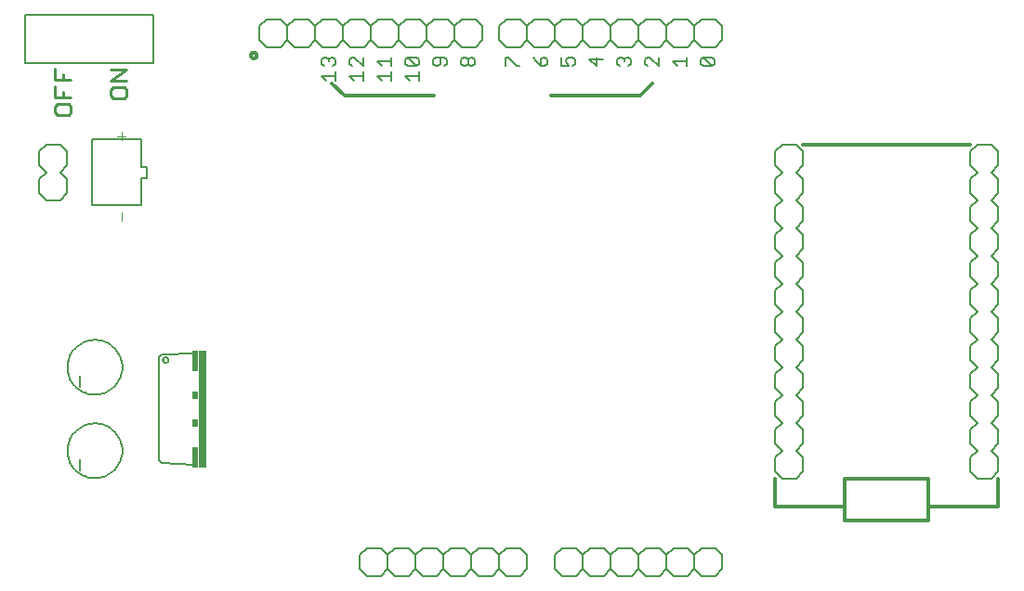
<source format=gto>
G75*
G70*
%OFA0B0*%
%FSLAX24Y24*%
%IPPOS*%
%LPD*%
%AMOC8*
5,1,8,0,0,1.08239X$1,22.5*
%
%ADD10C,0.0120*%
%ADD11C,0.0070*%
%ADD12C,0.0110*%
%ADD13C,0.0060*%
%ADD14C,0.0080*%
%ADD15C,0.0050*%
%ADD16R,0.0300X0.4200*%
%ADD17R,0.0200X0.0750*%
%ADD18R,0.0200X0.0300*%
%ADD19C,0.0040*%
D10*
X027700Y003325D02*
X030200Y003325D01*
X030200Y004325D01*
X033200Y004325D01*
X033200Y003325D01*
X035700Y003325D01*
X035700Y004325D01*
X033200Y003325D02*
X033200Y002825D01*
X030200Y002825D01*
X030200Y003325D01*
X027700Y003325D02*
X027700Y004325D01*
X028700Y016325D02*
X034700Y016325D01*
X023300Y018525D02*
X022850Y018075D01*
X019650Y018075D01*
X015450Y018075D02*
X012250Y018075D01*
X011800Y018525D01*
X008900Y019525D02*
X008902Y019545D01*
X008908Y019563D01*
X008917Y019581D01*
X008929Y019596D01*
X008944Y019608D01*
X008962Y019617D01*
X008980Y019623D01*
X009000Y019625D01*
X009020Y019623D01*
X009038Y019617D01*
X009056Y019608D01*
X009071Y019596D01*
X009083Y019581D01*
X009092Y019563D01*
X009098Y019545D01*
X009100Y019525D01*
X009098Y019505D01*
X009092Y019487D01*
X009083Y019469D01*
X009071Y019454D01*
X009056Y019442D01*
X009038Y019433D01*
X009020Y019427D01*
X009000Y019425D01*
X008980Y019427D01*
X008962Y019433D01*
X008944Y019442D01*
X008929Y019454D01*
X008917Y019469D01*
X008908Y019487D01*
X008902Y019505D01*
X008900Y019525D01*
D11*
X011435Y019390D02*
X011435Y019226D01*
X011516Y019144D01*
X011680Y019308D02*
X011680Y019390D01*
X011762Y019471D01*
X011843Y019471D01*
X011925Y019390D01*
X011925Y019226D01*
X011843Y019144D01*
X011925Y018956D02*
X011925Y018629D01*
X011925Y018792D02*
X011435Y018792D01*
X011598Y018629D01*
X012435Y018792D02*
X012598Y018629D01*
X012435Y018792D02*
X012925Y018792D01*
X012925Y018629D02*
X012925Y018956D01*
X012925Y019144D02*
X012598Y019471D01*
X012516Y019471D01*
X012435Y019390D01*
X012435Y019226D01*
X012516Y019144D01*
X012925Y019144D02*
X012925Y019471D01*
X013435Y019308D02*
X013925Y019308D01*
X013925Y019471D02*
X013925Y019144D01*
X013925Y018956D02*
X013925Y018629D01*
X013925Y018792D02*
X013435Y018792D01*
X013598Y018629D01*
X014435Y018792D02*
X014598Y018629D01*
X014435Y018792D02*
X014925Y018792D01*
X014925Y018629D02*
X014925Y018956D01*
X014843Y019144D02*
X014516Y019144D01*
X014435Y019226D01*
X014435Y019390D01*
X014516Y019471D01*
X014843Y019144D01*
X014925Y019226D01*
X014925Y019390D01*
X014843Y019471D01*
X014516Y019471D01*
X015435Y019390D02*
X015435Y019226D01*
X015516Y019144D01*
X015598Y019144D01*
X015680Y019226D01*
X015680Y019471D01*
X015843Y019471D02*
X015516Y019471D01*
X015435Y019390D01*
X015843Y019471D02*
X015925Y019390D01*
X015925Y019226D01*
X015843Y019144D01*
X016435Y019226D02*
X016435Y019390D01*
X016516Y019471D01*
X016598Y019471D01*
X016680Y019390D01*
X016680Y019226D01*
X016598Y019144D01*
X016516Y019144D01*
X016435Y019226D01*
X016680Y019226D02*
X016762Y019144D01*
X016843Y019144D01*
X016925Y019226D01*
X016925Y019390D01*
X016843Y019471D01*
X016762Y019471D01*
X016680Y019390D01*
X018035Y019471D02*
X018035Y019144D01*
X018035Y019471D02*
X018116Y019471D01*
X018443Y019144D01*
X018525Y019144D01*
X019035Y019471D02*
X019116Y019308D01*
X019280Y019144D01*
X019280Y019390D01*
X019362Y019471D01*
X019443Y019471D01*
X019525Y019390D01*
X019525Y019226D01*
X019443Y019144D01*
X019280Y019144D01*
X020035Y019144D02*
X020280Y019144D01*
X020198Y019308D01*
X020198Y019390D01*
X020280Y019471D01*
X020443Y019471D01*
X020525Y019390D01*
X020525Y019226D01*
X020443Y019144D01*
X020035Y019144D02*
X020035Y019471D01*
X021035Y019390D02*
X021280Y019144D01*
X021280Y019471D01*
X021525Y019390D02*
X021035Y019390D01*
X022035Y019390D02*
X022035Y019226D01*
X022116Y019144D01*
X022280Y019308D02*
X022280Y019390D01*
X022362Y019471D01*
X022443Y019471D01*
X022525Y019390D01*
X022525Y019226D01*
X022443Y019144D01*
X022280Y019390D02*
X022198Y019471D01*
X022116Y019471D01*
X022035Y019390D01*
X023035Y019390D02*
X023035Y019226D01*
X023116Y019144D01*
X023035Y019390D02*
X023116Y019471D01*
X023198Y019471D01*
X023525Y019144D01*
X023525Y019471D01*
X024035Y019308D02*
X024525Y019308D01*
X024525Y019471D02*
X024525Y019144D01*
X024198Y019144D02*
X024035Y019308D01*
X025035Y019226D02*
X025035Y019390D01*
X025116Y019471D01*
X025443Y019144D01*
X025525Y019226D01*
X025525Y019390D01*
X025443Y019471D01*
X025116Y019471D01*
X025035Y019226D02*
X025116Y019144D01*
X025443Y019144D01*
X013598Y019144D02*
X013435Y019308D01*
X011680Y019390D02*
X011598Y019471D01*
X011516Y019471D01*
X011435Y019390D01*
D12*
X004445Y019018D02*
X003854Y019018D01*
X003854Y018625D02*
X004445Y019018D01*
X004445Y018625D02*
X003854Y018625D01*
X003953Y018374D02*
X003854Y018275D01*
X003854Y018078D01*
X003953Y017980D01*
X004347Y017980D01*
X004445Y018078D01*
X004445Y018275D01*
X004347Y018374D01*
X003953Y018374D01*
X002445Y018669D02*
X001854Y018669D01*
X001854Y019063D01*
X002150Y018866D02*
X002150Y018669D01*
X001854Y018418D02*
X001854Y018025D01*
X002445Y018025D01*
X002150Y018025D02*
X002150Y018221D01*
X002347Y017774D02*
X001953Y017774D01*
X001854Y017675D01*
X001854Y017478D01*
X001953Y017380D01*
X002347Y017380D01*
X002445Y017478D01*
X002445Y017675D01*
X002347Y017774D01*
D13*
X009200Y020075D02*
X009450Y019825D01*
X009950Y019825D01*
X010200Y020075D01*
X010200Y020575D01*
X009950Y020825D01*
X009450Y020825D01*
X009200Y020575D01*
X009200Y020075D01*
X010200Y020075D02*
X010450Y019825D01*
X010950Y019825D01*
X011200Y020075D01*
X011200Y020575D01*
X010950Y020825D01*
X010450Y020825D01*
X010200Y020575D01*
X011200Y020575D02*
X011450Y020825D01*
X011950Y020825D01*
X012200Y020575D01*
X012450Y020825D01*
X012950Y020825D01*
X013200Y020575D01*
X013450Y020825D01*
X013950Y020825D01*
X014200Y020575D01*
X014450Y020825D01*
X014950Y020825D01*
X015200Y020575D01*
X015450Y020825D01*
X015950Y020825D01*
X016200Y020575D01*
X016450Y020825D01*
X016950Y020825D01*
X017200Y020575D01*
X017200Y020075D01*
X016950Y019825D01*
X016450Y019825D01*
X016200Y020075D01*
X015950Y019825D01*
X015450Y019825D01*
X015200Y020075D01*
X015200Y020575D01*
X015200Y020075D02*
X014950Y019825D01*
X014450Y019825D01*
X014200Y020075D01*
X013950Y019825D01*
X013450Y019825D01*
X013200Y020075D01*
X012950Y019825D01*
X012450Y019825D01*
X012200Y020075D01*
X012200Y020575D01*
X012200Y020075D02*
X011950Y019825D01*
X011450Y019825D01*
X011200Y020075D01*
X013200Y020075D02*
X013200Y020575D01*
X014200Y020575D02*
X014200Y020075D01*
X016200Y020075D02*
X016200Y020575D01*
X017800Y020575D02*
X017800Y020075D01*
X018050Y019825D01*
X018550Y019825D01*
X018800Y020075D01*
X018800Y020575D01*
X018550Y020825D01*
X018050Y020825D01*
X017800Y020575D01*
X018800Y020575D02*
X019050Y020825D01*
X019550Y020825D01*
X019800Y020575D01*
X020050Y020825D01*
X020550Y020825D01*
X020800Y020575D01*
X021050Y020825D01*
X021550Y020825D01*
X021800Y020575D01*
X022050Y020825D01*
X022550Y020825D01*
X022800Y020575D01*
X023050Y020825D01*
X023550Y020825D01*
X023800Y020575D01*
X024050Y020825D01*
X024550Y020825D01*
X024800Y020575D01*
X025050Y020825D01*
X025550Y020825D01*
X025800Y020575D01*
X025800Y020075D01*
X025550Y019825D01*
X025050Y019825D01*
X024800Y020075D01*
X024550Y019825D01*
X024050Y019825D01*
X023800Y020075D01*
X023800Y020575D01*
X023800Y020075D02*
X023550Y019825D01*
X023050Y019825D01*
X022800Y020075D01*
X022550Y019825D01*
X022050Y019825D01*
X021800Y020075D01*
X021550Y019825D01*
X021050Y019825D01*
X020800Y020075D01*
X020800Y020575D01*
X020800Y020075D02*
X020550Y019825D01*
X020050Y019825D01*
X019800Y020075D01*
X019550Y019825D01*
X019050Y019825D01*
X018800Y020075D01*
X019800Y020075D02*
X019800Y020575D01*
X021800Y020575D02*
X021800Y020075D01*
X022800Y020075D02*
X022800Y020575D01*
X024800Y020575D02*
X024800Y020075D01*
X024550Y001825D02*
X024050Y001825D01*
X023800Y001575D01*
X023800Y001075D01*
X024050Y000825D01*
X024550Y000825D01*
X024800Y001075D01*
X025050Y000825D01*
X025550Y000825D01*
X025800Y001075D01*
X025800Y001575D01*
X025550Y001825D01*
X025050Y001825D01*
X024800Y001575D01*
X024800Y001075D01*
X023800Y001075D02*
X023550Y000825D01*
X023050Y000825D01*
X022800Y001075D01*
X022550Y000825D01*
X022050Y000825D01*
X021800Y001075D01*
X021550Y000825D01*
X021050Y000825D01*
X020800Y001075D01*
X020550Y000825D01*
X020050Y000825D01*
X019800Y001075D01*
X019800Y001575D01*
X020050Y001825D01*
X020550Y001825D01*
X020800Y001575D01*
X021050Y001825D01*
X021550Y001825D01*
X021800Y001575D01*
X021800Y001075D01*
X022800Y001075D02*
X022800Y001575D01*
X023050Y001825D01*
X023550Y001825D01*
X023800Y001575D01*
X024550Y001825D02*
X024800Y001575D01*
X022800Y001575D02*
X022550Y001825D01*
X022050Y001825D01*
X021800Y001575D01*
X020800Y001575D02*
X020800Y001075D01*
X018800Y001075D02*
X018550Y000825D01*
X018050Y000825D01*
X017800Y001075D01*
X017550Y000825D01*
X017050Y000825D01*
X016800Y001075D01*
X016550Y000825D01*
X016050Y000825D01*
X015800Y001075D01*
X015550Y000825D01*
X015050Y000825D01*
X014800Y001075D01*
X014550Y000825D01*
X014050Y000825D01*
X013800Y001075D01*
X013550Y000825D01*
X013050Y000825D01*
X012800Y001075D01*
X012800Y001575D01*
X013050Y001825D01*
X013550Y001825D01*
X013800Y001575D01*
X014050Y001825D01*
X014550Y001825D01*
X014800Y001575D01*
X014800Y001075D01*
X015800Y001075D02*
X015800Y001575D01*
X016050Y001825D01*
X016550Y001825D01*
X016800Y001575D01*
X017050Y001825D01*
X017550Y001825D01*
X017800Y001575D01*
X018050Y001825D01*
X018550Y001825D01*
X018800Y001575D01*
X018800Y001075D01*
X017800Y001075D02*
X017800Y001575D01*
X016800Y001575D02*
X016800Y001075D01*
X015800Y001575D02*
X015550Y001825D01*
X015050Y001825D01*
X014800Y001575D01*
X013800Y001575D02*
X013800Y001075D01*
D14*
X002750Y004625D02*
X002750Y005025D01*
X002316Y005325D02*
X002318Y005387D01*
X002324Y005450D01*
X002334Y005511D01*
X002348Y005572D01*
X002365Y005632D01*
X002386Y005691D01*
X002412Y005748D01*
X002440Y005803D01*
X002472Y005857D01*
X002508Y005908D01*
X002546Y005958D01*
X002588Y006004D01*
X002632Y006048D01*
X002680Y006089D01*
X002729Y006127D01*
X002781Y006161D01*
X002835Y006192D01*
X002891Y006220D01*
X002949Y006244D01*
X003008Y006265D01*
X003068Y006281D01*
X003129Y006294D01*
X003191Y006303D01*
X003253Y006308D01*
X003316Y006309D01*
X003378Y006306D01*
X003440Y006299D01*
X003502Y006288D01*
X003562Y006273D01*
X003622Y006255D01*
X003680Y006233D01*
X003737Y006207D01*
X003792Y006177D01*
X003845Y006144D01*
X003896Y006108D01*
X003944Y006069D01*
X003990Y006026D01*
X004033Y005981D01*
X004073Y005933D01*
X004110Y005883D01*
X004144Y005830D01*
X004175Y005776D01*
X004201Y005720D01*
X004225Y005662D01*
X004244Y005602D01*
X004260Y005542D01*
X004272Y005480D01*
X004280Y005419D01*
X004284Y005356D01*
X004284Y005294D01*
X004280Y005231D01*
X004272Y005170D01*
X004260Y005108D01*
X004244Y005048D01*
X004225Y004988D01*
X004201Y004930D01*
X004175Y004874D01*
X004144Y004820D01*
X004110Y004767D01*
X004073Y004717D01*
X004033Y004669D01*
X003990Y004624D01*
X003944Y004581D01*
X003896Y004542D01*
X003845Y004506D01*
X003792Y004473D01*
X003737Y004443D01*
X003680Y004417D01*
X003622Y004395D01*
X003562Y004377D01*
X003502Y004362D01*
X003440Y004351D01*
X003378Y004344D01*
X003316Y004341D01*
X003253Y004342D01*
X003191Y004347D01*
X003129Y004356D01*
X003068Y004369D01*
X003008Y004385D01*
X002949Y004406D01*
X002891Y004430D01*
X002835Y004458D01*
X002781Y004489D01*
X002729Y004523D01*
X002680Y004561D01*
X002632Y004602D01*
X002588Y004646D01*
X002546Y004692D01*
X002508Y004742D01*
X002472Y004793D01*
X002440Y004847D01*
X002412Y004902D01*
X002386Y004959D01*
X002365Y005018D01*
X002348Y005078D01*
X002334Y005139D01*
X002324Y005200D01*
X002318Y005263D01*
X002316Y005325D01*
X002750Y007625D02*
X002750Y008025D01*
X002316Y008325D02*
X002318Y008387D01*
X002324Y008450D01*
X002334Y008511D01*
X002348Y008572D01*
X002365Y008632D01*
X002386Y008691D01*
X002412Y008748D01*
X002440Y008803D01*
X002472Y008857D01*
X002508Y008908D01*
X002546Y008958D01*
X002588Y009004D01*
X002632Y009048D01*
X002680Y009089D01*
X002729Y009127D01*
X002781Y009161D01*
X002835Y009192D01*
X002891Y009220D01*
X002949Y009244D01*
X003008Y009265D01*
X003068Y009281D01*
X003129Y009294D01*
X003191Y009303D01*
X003253Y009308D01*
X003316Y009309D01*
X003378Y009306D01*
X003440Y009299D01*
X003502Y009288D01*
X003562Y009273D01*
X003622Y009255D01*
X003680Y009233D01*
X003737Y009207D01*
X003792Y009177D01*
X003845Y009144D01*
X003896Y009108D01*
X003944Y009069D01*
X003990Y009026D01*
X004033Y008981D01*
X004073Y008933D01*
X004110Y008883D01*
X004144Y008830D01*
X004175Y008776D01*
X004201Y008720D01*
X004225Y008662D01*
X004244Y008602D01*
X004260Y008542D01*
X004272Y008480D01*
X004280Y008419D01*
X004284Y008356D01*
X004284Y008294D01*
X004280Y008231D01*
X004272Y008170D01*
X004260Y008108D01*
X004244Y008048D01*
X004225Y007988D01*
X004201Y007930D01*
X004175Y007874D01*
X004144Y007820D01*
X004110Y007767D01*
X004073Y007717D01*
X004033Y007669D01*
X003990Y007624D01*
X003944Y007581D01*
X003896Y007542D01*
X003845Y007506D01*
X003792Y007473D01*
X003737Y007443D01*
X003680Y007417D01*
X003622Y007395D01*
X003562Y007377D01*
X003502Y007362D01*
X003440Y007351D01*
X003378Y007344D01*
X003316Y007341D01*
X003253Y007342D01*
X003191Y007347D01*
X003129Y007356D01*
X003068Y007369D01*
X003008Y007385D01*
X002949Y007406D01*
X002891Y007430D01*
X002835Y007458D01*
X002781Y007489D01*
X002729Y007523D01*
X002680Y007561D01*
X002632Y007602D01*
X002588Y007646D01*
X002546Y007692D01*
X002508Y007742D01*
X002472Y007793D01*
X002440Y007847D01*
X002412Y007902D01*
X002386Y007959D01*
X002365Y008018D01*
X002348Y008078D01*
X002334Y008139D01*
X002324Y008200D01*
X002318Y008263D01*
X002316Y008325D01*
X002050Y014325D02*
X001550Y014325D01*
X001300Y014575D01*
X001300Y015075D01*
X001550Y015325D01*
X001300Y015575D01*
X001300Y016075D01*
X001550Y016325D01*
X002050Y016325D01*
X002300Y016075D01*
X002300Y015575D01*
X002050Y015325D01*
X002300Y015075D01*
X002300Y014575D01*
X002050Y014325D01*
X000811Y019269D02*
X005389Y019269D01*
X005389Y020981D01*
X000811Y020981D01*
X000811Y019269D01*
X027700Y016075D02*
X027700Y015575D01*
X027950Y015325D01*
X027700Y015075D01*
X027700Y014575D01*
X027950Y014325D01*
X027700Y014075D01*
X027700Y013575D01*
X027950Y013325D01*
X027700Y013075D01*
X027700Y012575D01*
X027950Y012325D01*
X027700Y012075D01*
X027700Y011575D01*
X027950Y011325D01*
X027700Y011075D01*
X027700Y010575D01*
X027950Y010325D01*
X027700Y010075D01*
X027700Y009575D01*
X027950Y009325D01*
X027700Y009075D01*
X027700Y008575D01*
X027950Y008325D01*
X027700Y008075D01*
X027700Y007575D01*
X027950Y007325D01*
X027700Y007075D01*
X027700Y006575D01*
X027950Y006325D01*
X027700Y006075D01*
X027700Y005575D01*
X027950Y005325D01*
X027700Y005075D01*
X027700Y004575D01*
X027950Y004325D01*
X028450Y004325D01*
X028700Y004575D01*
X028700Y005075D01*
X028450Y005325D01*
X028700Y005575D01*
X028700Y006075D01*
X028450Y006325D01*
X028700Y006575D01*
X028700Y007075D01*
X028450Y007325D01*
X028700Y007575D01*
X028700Y008075D01*
X028450Y008325D01*
X028700Y008575D01*
X028700Y009075D01*
X028450Y009325D01*
X028700Y009575D01*
X028700Y010075D01*
X028450Y010325D01*
X028700Y010575D01*
X028700Y011075D01*
X028450Y011325D01*
X028700Y011575D01*
X028700Y012075D01*
X028450Y012325D01*
X028700Y012575D01*
X028700Y013075D01*
X028450Y013325D01*
X028700Y013575D01*
X028700Y014075D01*
X028450Y014325D01*
X028700Y014575D01*
X028700Y015075D01*
X028450Y015325D01*
X028700Y015575D01*
X028700Y016075D01*
X028450Y016325D01*
X027950Y016325D01*
X027700Y016075D01*
X034700Y016075D02*
X034700Y015575D01*
X034950Y015325D01*
X034700Y015075D01*
X034700Y014575D01*
X034950Y014325D01*
X034700Y014075D01*
X034700Y013575D01*
X034950Y013325D01*
X034700Y013075D01*
X034700Y012575D01*
X034950Y012325D01*
X034700Y012075D01*
X034700Y011575D01*
X034950Y011325D01*
X034700Y011075D01*
X034700Y010575D01*
X034950Y010325D01*
X034700Y010075D01*
X034700Y009575D01*
X034950Y009325D01*
X034700Y009075D01*
X034700Y008575D01*
X034950Y008325D01*
X034700Y008075D01*
X034700Y007575D01*
X034950Y007325D01*
X034700Y007075D01*
X034700Y006575D01*
X034950Y006325D01*
X034700Y006075D01*
X034700Y005575D01*
X034950Y005325D01*
X034700Y005075D01*
X034700Y004575D01*
X034950Y004325D01*
X035450Y004325D01*
X035700Y004575D01*
X035700Y005075D01*
X035450Y005325D01*
X035700Y005575D01*
X035700Y006075D01*
X035450Y006325D01*
X035700Y006575D01*
X035700Y007075D01*
X035450Y007325D01*
X035700Y007575D01*
X035700Y008075D01*
X035450Y008325D01*
X035700Y008575D01*
X035700Y009075D01*
X035450Y009325D01*
X035700Y009575D01*
X035700Y010075D01*
X035450Y010325D01*
X035700Y010575D01*
X035700Y011075D01*
X035450Y011325D01*
X035700Y011575D01*
X035700Y012075D01*
X035450Y012325D01*
X035700Y012575D01*
X035700Y013075D01*
X035450Y013325D01*
X035700Y013575D01*
X035700Y014075D01*
X035450Y014325D01*
X035700Y014575D01*
X035700Y015075D01*
X035450Y015325D01*
X035700Y015575D01*
X035700Y016075D01*
X035450Y016325D01*
X034950Y016325D01*
X034700Y016075D01*
D15*
X006850Y008825D02*
X005700Y008775D01*
X005600Y008675D01*
X005600Y004975D01*
X005700Y004875D01*
X006850Y004825D01*
X005740Y008595D02*
X005742Y008615D01*
X005748Y008633D01*
X005757Y008651D01*
X005769Y008666D01*
X005784Y008678D01*
X005802Y008687D01*
X005820Y008693D01*
X005840Y008695D01*
X005860Y008693D01*
X005878Y008687D01*
X005896Y008678D01*
X005911Y008666D01*
X005923Y008651D01*
X005932Y008633D01*
X005938Y008615D01*
X005940Y008595D01*
X005938Y008575D01*
X005932Y008557D01*
X005923Y008539D01*
X005911Y008524D01*
X005896Y008512D01*
X005878Y008503D01*
X005860Y008497D01*
X005840Y008495D01*
X005820Y008497D01*
X005802Y008503D01*
X005784Y008512D01*
X005769Y008524D01*
X005757Y008539D01*
X005748Y008557D01*
X005742Y008575D01*
X005740Y008595D01*
X004969Y014144D02*
X003198Y014144D01*
X003198Y016506D01*
X004969Y016506D01*
X004969Y015522D01*
X005166Y015522D01*
X005166Y015128D01*
X004969Y015128D01*
X004969Y014144D01*
D16*
X007150Y006825D03*
D17*
X006900Y008550D03*
X006900Y005100D03*
D18*
X006900Y006325D03*
X006900Y007325D03*
D19*
X004250Y013585D02*
X004250Y013892D01*
X004250Y016485D02*
X004250Y016792D01*
X004096Y016638D02*
X004403Y016638D01*
M02*

</source>
